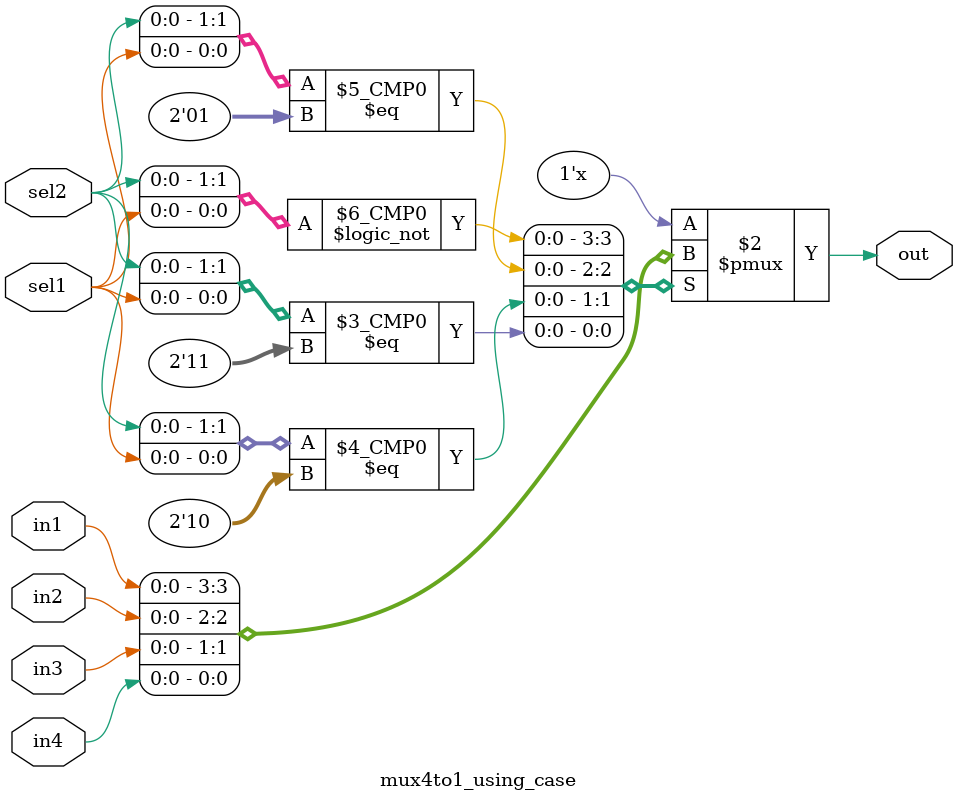
<source format=v>


module mux2to1(
	input a,b,sel,
	output out);
  
  assign out = sel?b:a;
endmodule

module mux4to1_using_mux2to1(
	input in1,in2,in3,in4,sel1,sel2,
	output out);
  
  wire w1,w2;
  
  mux2to1 m1(in1,in2,sel1, w1);
  mux2to1 m2(in3,in4,sel1, w2);
  mux2to1 m3(w1,w2,sel2, out);
endmodule




/////////////////
//Using case
/////////////////
module mux4to1_using_case(
	input in1,in2,in3,in4,sel1,sel2,
	output reg out);
  always@(*) begin
    case({sel2, sel1})
      2'b00: out = in1;
      2'b01: out = in2;
      2'b10: out = in3;
      2'b11: out = in4;
    endcase
  end
endmodule
</source>
